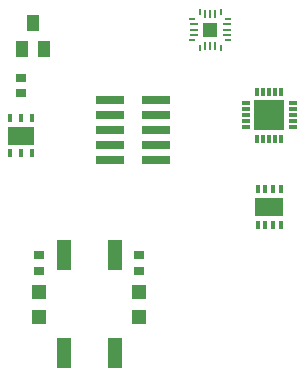
<source format=gtp>
G75*
%MOIN*%
%OFA0B0*%
%FSLAX25Y25*%
%IPPOS*%
%LPD*%
%AMOC8*
5,1,8,0,0,1.08239X$1,22.5*
%
%ADD10R,0.09055X0.05906*%
%ADD11R,0.01811X0.02795*%
%ADD12R,0.09843X0.09843*%
%ADD13R,0.01181X0.02953*%
%ADD14R,0.02953X0.01181*%
%ADD15R,0.09449X0.06102*%
%ADD16R,0.01378X0.02559*%
%ADD17R,0.03937X0.05512*%
%ADD18R,0.03543X0.02756*%
%ADD19R,0.05118X0.05118*%
%ADD20R,0.03150X0.00984*%
%ADD21R,0.00984X0.03150*%
%ADD22R,0.00984X0.02165*%
%ADD23R,0.02165X0.00984*%
%ADD24R,0.09449X0.02992*%
%ADD25R,0.04724X0.04724*%
%ADD26R,0.05000X0.10000*%
D10*
X0061098Y0129996D03*
D11*
X0061098Y0124169D03*
X0057398Y0124169D03*
X0064799Y0124169D03*
X0064839Y0135823D03*
X0061098Y0135823D03*
X0057358Y0135823D03*
D12*
X0143776Y0136925D03*
X0143776Y0136925D03*
D13*
X0143776Y0129051D03*
X0145744Y0129051D03*
X0147713Y0129051D03*
X0141807Y0129051D03*
X0139839Y0129051D03*
X0139839Y0144799D03*
X0141807Y0144799D03*
X0143776Y0144799D03*
X0145744Y0144799D03*
X0147713Y0144799D03*
D14*
X0151650Y0140862D03*
X0151650Y0138894D03*
X0151650Y0136925D03*
X0151650Y0134957D03*
X0151650Y0132988D03*
X0135902Y0132988D03*
X0135902Y0134957D03*
X0135902Y0136925D03*
X0135902Y0138894D03*
X0135902Y0140862D03*
D15*
X0143776Y0106374D03*
D16*
X0145055Y0112476D03*
X0147614Y0112476D03*
X0142496Y0112476D03*
X0139937Y0112476D03*
X0139937Y0100272D03*
X0142496Y0100272D03*
X0145055Y0100272D03*
X0147614Y0100272D03*
D17*
X0068776Y0159130D03*
X0061295Y0159130D03*
X0065035Y0167791D03*
D18*
X0061098Y0149287D03*
X0061098Y0144169D03*
X0067004Y0090232D03*
X0067004Y0085114D03*
X0100469Y0085114D03*
X0100469Y0090232D03*
D19*
X0124091Y0165429D03*
D20*
X0118579Y0165429D03*
X0118579Y0163657D03*
X0118579Y0167201D03*
X0129602Y0167201D03*
X0129602Y0165429D03*
X0129602Y0163657D03*
D21*
X0125862Y0159917D03*
X0124091Y0159917D03*
X0122319Y0159917D03*
X0122319Y0170744D03*
X0124091Y0170744D03*
X0125862Y0170744D03*
D22*
X0127634Y0171256D03*
X0120547Y0171256D03*
X0120547Y0159445D03*
X0127634Y0159445D03*
D23*
X0130075Y0161886D03*
X0130075Y0168972D03*
X0118106Y0168972D03*
X0118106Y0161886D03*
D24*
X0106177Y0141965D03*
X0106177Y0136965D03*
X0106177Y0131965D03*
X0106177Y0126965D03*
X0106138Y0121965D03*
X0090803Y0121965D03*
X0090823Y0126965D03*
X0090823Y0131965D03*
X0090823Y0136965D03*
X0090823Y0141965D03*
D25*
X0067004Y0069760D03*
X0067004Y0078028D03*
X0100469Y0078028D03*
X0100469Y0069760D03*
D26*
X0092236Y0057638D03*
X0075236Y0057638D03*
X0075236Y0090150D03*
X0092236Y0090150D03*
M02*

</source>
